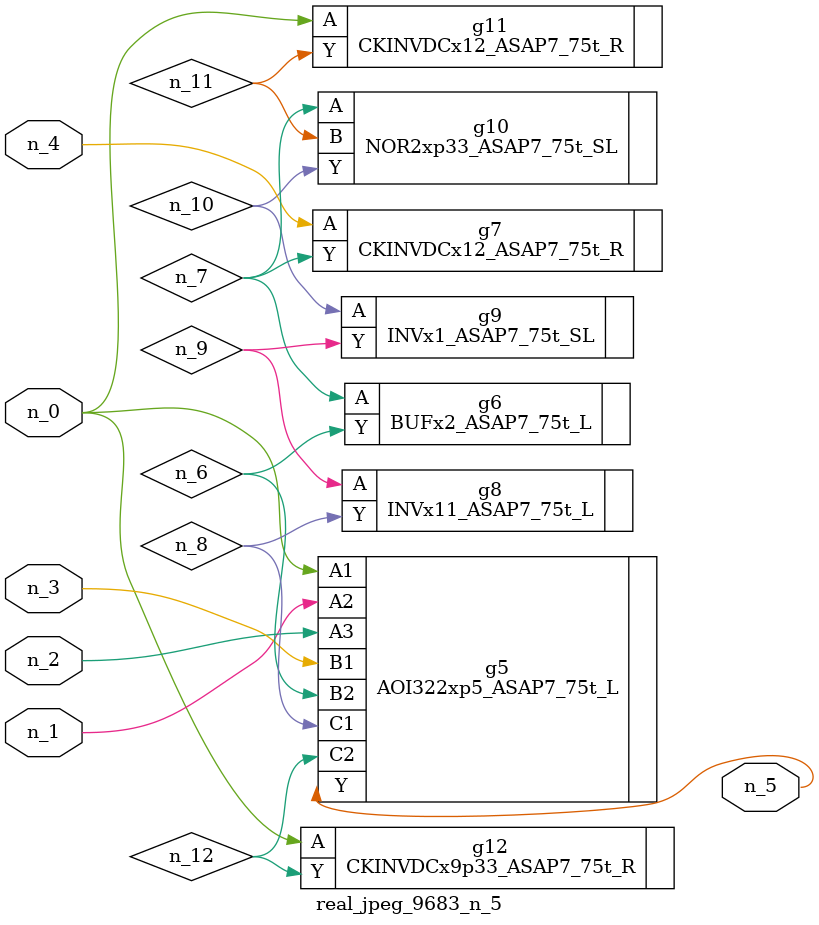
<source format=v>
module real_jpeg_9683_n_5 (n_4, n_0, n_1, n_2, n_3, n_5);

input n_4;
input n_0;
input n_1;
input n_2;
input n_3;

output n_5;

wire n_12;
wire n_8;
wire n_11;
wire n_6;
wire n_7;
wire n_10;
wire n_9;

AOI322xp5_ASAP7_75t_L g5 ( 
.A1(n_0),
.A2(n_1),
.A3(n_2),
.B1(n_3),
.B2(n_6),
.C1(n_8),
.C2(n_12),
.Y(n_5)
);

CKINVDCx12_ASAP7_75t_R g11 ( 
.A(n_0),
.Y(n_11)
);

CKINVDCx9p33_ASAP7_75t_R g12 ( 
.A(n_0),
.Y(n_12)
);

CKINVDCx12_ASAP7_75t_R g7 ( 
.A(n_4),
.Y(n_7)
);

BUFx2_ASAP7_75t_L g6 ( 
.A(n_7),
.Y(n_6)
);

NOR2xp33_ASAP7_75t_SL g10 ( 
.A(n_7),
.B(n_11),
.Y(n_10)
);

INVx11_ASAP7_75t_L g8 ( 
.A(n_9),
.Y(n_8)
);

INVx1_ASAP7_75t_SL g9 ( 
.A(n_10),
.Y(n_9)
);


endmodule
</source>
